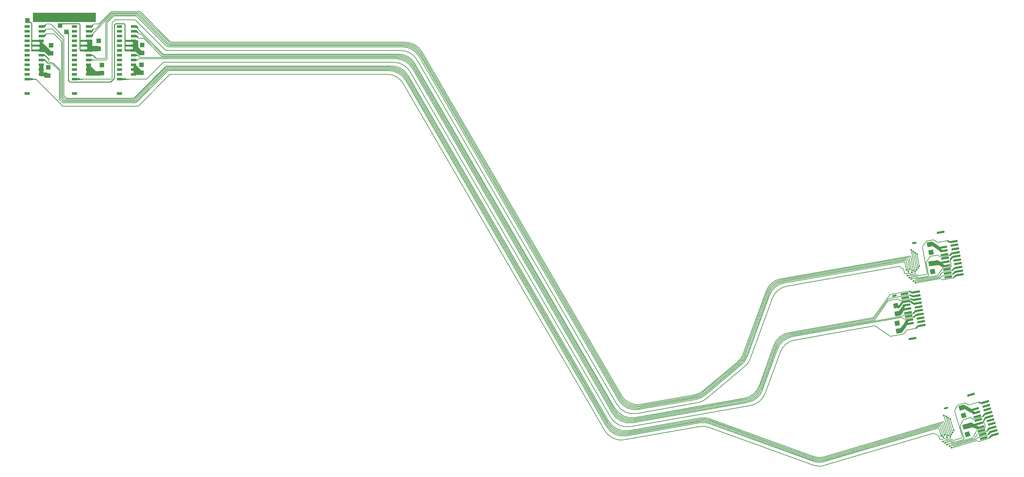
<source format=gbr>
*
G4_C Author: OrCAD GerbTool(tm) 8.1.1 Thu Jun 19 00:37:15 2003*
%LPD*%
%FSLAX34Y34*%
%MOIN*%
%AD*%
%AMD25R98*
20,1,0.025000,0.000000,-0.035000,0.000000,0.035000,98.600000*
%
%AMD10R98*
20,1,0.050000,-0.025000,0.000000,0.025000,0.000000,98.600000*
%
%AMD25R98N2*
20,1,0.025000,0.000000,-0.035000,0.000000,0.035000,98.600000*
%
%AMD10R98N2*
20,1,0.050000,-0.025000,0.000000,0.025000,0.000000,98.600000*
%
%AMD25R86*
20,1,0.025000,0.000000,-0.035000,0.000000,0.035000,86.080000*
%
%AMD10R86*
20,1,0.050000,-0.025000,0.000000,0.025000,0.000000,86.080000*
%
%AMD16R5*
20,1,0.025000,-0.035000,0.000000,0.035000,0.000000,5.450000*
%
%AMD10R5*
20,1,0.050000,-0.025000,0.000000,0.025000,0.000000,5.450000*
%
%AMD16R5N2*
20,1,0.025000,-0.035000,0.000000,0.035000,0.000000,5.450000*
%
%AMD10R5N2*
20,1,0.050000,-0.025000,0.000000,0.025000,0.000000,5.450000*
%
%AMD32R3*
20,1,0.025000,0.034920,-0.002390,-0.034920,0.002390,3.950000*
%
%AMD33R3*
20,1,0.050000,-0.001710,-0.024940,0.001710,0.024940,3.950000*
%
%AMD32R3N2*
20,1,0.025000,0.034920,-0.002390,-0.034920,0.002390,3.910000*
%
%AMD33R3N2*
20,1,0.050000,-0.001710,-0.024940,0.001710,0.024940,3.910000*
%
%AMD32R3N3*
20,1,0.025000,0.034920,-0.002390,-0.034920,0.002390,3.920000*
%
%AMD33R3N3*
20,1,0.050000,-0.001710,-0.024940,0.001710,0.024940,3.920000*
%
%AMD29R80*
20,1,0.022000,0.000000,-0.040000,0.000000,0.040000,80.000000*
%
%AMD54R80*
20,1,0.050000,-0.025000,0.000000,0.025000,0.000000,80.000000*
%
%AMD57R20*
20,1,0.022000,0.039390,-0.006950,-0.039390,0.006950,20.000000*
%
%AMD58R20*
20,1,0.050000,-0.004340,-0.024620,0.004340,0.024620,20.000000*
%
%AMD29R100*
20,1,0.022000,0.000000,-0.040000,0.000000,0.040000,100.000000*
%
%AMD54R100*
20,1,0.050000,-0.025000,0.000000,0.025000,0.000000,100.000000*
%
%AMD29R106*
20,1,0.022000,0.000000,-0.040000,0.000000,0.040000,106.600000*
%
%AMD54R106*
20,1,0.050000,-0.025000,0.000000,0.025000,0.000000,106.600000*
%
%AMD29R100N2*
20,1,0.022000,0.000000,-0.040000,0.000000,0.040000,100.000000*
%
%AMD54R100N2*
20,1,0.050000,-0.025000,0.000000,0.025000,0.000000,100.000000*
%
%AMD29R100N3*
20,1,0.022000,0.000000,-0.040000,0.000000,0.040000,100.000000*
%
%AMD54R100N3*
20,1,0.050000,-0.025000,0.000000,0.025000,0.000000,100.000000*
%
%AMD67R1*
20,1,0.022000,0.039390,0.006950,-0.039390,-0.006950,1.000000*
%
%AMD68R1*
20,1,0.050000,0.004340,-0.024620,-0.004340,0.024620,1.000000*
%
%AMD69R1*
20,1,0.022000,0.039260,0.007640,-0.039260,-0.007640,1.000000*
%
%AMD70R1*
20,1,0.050000,0.004770,-0.024540,-0.004770,0.024540,1.000000*
%
%AMD71R1*
20,1,0.022000,0.039120,0.008320,-0.039120,-0.008320,1.000000*
%
%AMD72R1*
20,1,0.050000,0.005200,-0.024450,-0.005200,0.024450,1.000000*
%
%AMD73R1*
20,1,0.022000,0.038970,0.009000,-0.038970,-0.009000,1.000000*
%
%AMD74R1*
20,1,0.050000,0.005630,-0.024360,-0.005630,0.024360,1.000000*
%
%AMD75R1*
20,1,0.022000,0.038810,0.009680,-0.038810,-0.009680,1.000000*
%
%AMD76R1*
20,1,0.050000,0.006050,-0.024260,-0.006050,0.024260,1.000000*
%
%AMD77R1*
20,1,0.022000,0.038640,0.010360,-0.038640,-0.010360,1.000000*
%
%AMD78R1*
20,1,0.050000,0.006470,-0.024150,-0.006470,0.024150,1.000000*
%
%AMD79R0*
20,1,0.022000,0.038450,0.011030,-0.038450,-0.011030,0.500000*
%
%AMD80R0*
20,1,0.050000,0.006890,-0.024030,-0.006890,0.024030,0.500000*
%
%ADD10R,0.050000X0.050000*%
%ADD11C,0.006000*%
%ADD12C,0.019000*%
%ADD13C,0.007900*%
%ADD14C,0.005000*%
%ADD15C,0.000800*%
%ADD16R,0.070000X0.025000*%
%ADD17R,0.068000X0.023000*%
%ADD18C,0.006000*%
%ADD19C,0.009800*%
%ADD20C,0.010000*%
%ADD21C,0.030000*%
%ADD22C,0.060000*%
%ADD23C,0.035000*%
%ADD24C,0.055000*%
%ADD25R,0.025000X0.070000*%
%ADD26C,0.010000*%
%ADD27R,0.029000X0.058000*%
%ADD28R,0.031000X0.060000*%
%ADD29R,0.022000X0.080000*%
%ADD30R,0.024000X0.082000*%
%ADD31D10R98N2*%
%ADD32D25R86*%
%ADD33D10R86*%
%ADD34D16R5*%
%ADD35D10R5*%
%ADD36D16R5N2*%
%ADD37D10R5N2*%
%ADD38D25R98N2*%
%ADD39D10R98N2*%
%ADD40D25R86*%
%ADD41D10R86*%
%ADD42D16R5*%
%ADD43D10R5*%
%ADD44D16R5N2*%
%ADD45D10R5N2*%
%ADD46D32R3*%
%ADD47D33R3*%
%ADD48R,0.070000X0.025000*%
%ADD49D33R3N2*%
%ADD50C,0.011000*%
%ADD51C,0.036000*%
%ADD52C,0.015000*%
%ADD53R,0.070000X0.025000*%
%ADD54R,0.050000X0.050000*%
%ADD55C,0.010000*%
%ADD56C,0.010000*%
%ADD57D29R80*%
%ADD58D54R80*%
%ADD59D57R20*%
%ADD60D58R20*%
%ADD61D29R100*%
%ADD62D54R100*%
%ADD63D29R106*%
%ADD64D54R106*%
%ADD65D29R100N2*%
%ADD66D54R100N2*%
%ADD67D29R100N3*%
%ADD68D54R100N3*%
%ADD69D67R1*%
%ADD70D68R1*%
%ADD71D69R1*%
%ADD72D70R1*%
%ADD73D71R1*%
%ADD74D72R1*%
%ADD75D73R1*%
%ADD76D74R1*%
%ADD77D75R1*%
%ADD78D76R1*%
%ADD79D77R1*%
%ADD80D78R1*%
%ADD81D79R0*%
%ADD82D80R0*%
%ADD256R,0.058000X0.029000*%
G4_C OrCAD GerbTool Tool List *
G4_D50 1 0.0110 T 0 0*
G4_D51 3 0.0360 T 0 0*
G4_D52 2 0.0150 T 0 0*
G54D20*
G1X11792Y55884D2*
G1X12041Y55883D1*
G1X11791Y55384D2*
G1X12041Y55384D1*
G1X11566Y55384D2*
G54D11*
G1X12179Y55384D1*
G75*
G3X12249Y55412I0J100D1*
G74*
G1X12897Y57613D2*
G75*
G3X12826Y57643I-71J-71D1*
G74*
G1X15321Y54358D2*
G1X13854Y52891D1*
G1X13218Y53413D2*
G75*
G2X13149Y53384I-71J71D1*
G74*
G1X12029Y55884D2*
G1X11566Y55884D1*
G1X12460Y55973D2*
G54D12*
G1X11852Y56581D1*
G1X12458Y56187D2*
G1X11850Y56794D1*
G1X12571Y56267D2*
G1X11963Y56875D1*
G1X11852Y56440D2*
G1X11852Y57300D1*
G1X12042Y56493D2*
G1X12041Y57353D1*
G1X12199Y56493D2*
G1X12199Y57353D1*
G1X11329Y56885D2*
G1X12189Y56885D1*
G1X12775Y56108D2*
G1X12167Y56717D1*
G1X12486Y54309D2*
G1X11878Y54917D1*
G1X12522Y54118D2*
G1X11914Y54726D1*
G1X11914Y53912D2*
G1X11913Y54772D1*
G1X12417Y54035D2*
G1X12067Y54035D1*
G1X12386Y54161D2*
G1X12036Y54161D1*
G1X12374Y54348D2*
G1X12024Y54348D1*
G1X12356Y54431D2*
G1X12006Y54432D1*
G1X6190Y53384D2*
G1X5640Y53384D1*
G1X6487Y53383D2*
G54D20*
G1X6090Y53383D1*
G1X1555Y60080D2*
G54D10*
G1X7629Y60080D1*
G1X7629Y59623D2*
G1X1555Y59623D1*
G1X5213Y53085D2*
G75*
G54D19*
G2X5143Y53114I0J100D1*
G74*
G1X5024Y53233D1*
G75*
G2X4994Y53304I71J71D1*
G74*
G54D54*
G1X4138Y58987D3*
G1X4994Y53304D2*
G54D19*
G1X4994Y58285D1*
G54D54*
G1X4795Y58338D3*
G1X11289Y53385D2*
G54D20*
G1X10892Y53385D1*
G1X10991Y53385D2*
G54D12*
G1X10442Y53385D1*
G1X9502Y53414D2*
G75*
G54D11*
G2X9431Y53385I-71J71D1*
G74*
G1X9560Y53472D2*
G75*
G3X9589Y53542I-71J71D1*
G74*
G1X9589Y59243D1*
G75*
G2X9618Y59314I100J0D1*
G74*
G1X9988Y59193D2*
G75*
G54D19*
G3X9917Y59164I0J-100D1*
G74*
G1X9842Y59088D1*
G1X9813Y59017D2*
G75*
G2X9842Y59088I100J0D1*
G74*
G1X9813Y53525D2*
G1X9813Y59017D1*
G1X9783Y53455D2*
G75*
G3X9813Y53525I-71J71D1*
G74*
G1X9444Y53115D2*
G75*
G2X9373Y53086I-71J71D1*
G74*
G1X7056Y58779D2*
G54D11*
G1X7186Y58884D1*
G1X7057Y58991D1*
G1X7061Y58885D2*
G1X7186Y58884D1*
G1X7055Y58279D2*
G1X7185Y58385D1*
G1X7056Y58491D1*
G1X7060Y58385D2*
G1X7185Y58385D1*
G1X7058Y58990D2*
G1X7182Y58989D1*
G1X7058Y58973D2*
G1X7058Y58818D1*
G1X7189Y58884D2*
G1X7060Y58990D1*
G1X7064Y58884D2*
G1X7189Y58884D1*
G1X7190Y58884D2*
G1X7060Y58777D1*
G1X7042Y58490D2*
G1X7167Y58490D1*
G1X7063Y58385D2*
G1X7188Y58385D1*
G1X7058Y58474D2*
G1X7058Y58320D1*
G1X7058Y58279D2*
G1X7188Y58385D1*
G1X7186Y58385D2*
G1X7057Y58491D1*
G1X7066Y58884D2*
G1X7190Y58884D1*
G1X7058Y57780D2*
G1X7188Y57886D1*
G1X7018Y57991D2*
G1X7143Y57991D1*
G1X7063Y57886D2*
G1X7188Y57886D1*
G1X7058Y57991D1*
G1X7188Y57886D2*
G1X7063Y57886D1*
G1X6990Y55884D2*
G54D20*
G1X7240Y55884D1*
G1X6561Y56885D2*
G54D12*
G1X7421Y56885D1*
G1X7180Y56353D2*
G1X6656Y56353D1*
G1X7071Y56410D2*
G1X7072Y56869D1*
G1X7696Y53987D2*
G1X7022Y53987D1*
G1X7131Y53882D2*
G1X7132Y54341D1*
G1X7239Y56389D2*
G1X7240Y56848D1*
G1X7067Y56965D2*
G1X7068Y57424D1*
G1X7257Y56968D2*
G1X7257Y57427D1*
G1X7068Y57475D2*
G54D20*
G1X7318Y57475D1*
G1X7420Y56969D2*
G54D12*
G1X7419Y57428D1*
G1X7185Y57471D2*
G54D20*
G1X7435Y57471D1*
G1X8418Y53926D2*
G54D12*
G1X7742Y53926D1*
G1X8351Y54113D2*
G1X7676Y54113D1*
G1X7019Y53874D2*
G1X7019Y54333D1*
G1X7815Y54126D2*
G1X7025Y54916D1*
G1X7825Y53892D2*
G1X7035Y54683D1*
G1X7707Y53855D2*
G1X7033Y53855D1*
G1X8315Y53855D2*
G1X7639Y53855D1*
G1X7736Y54111D2*
G1X7060Y54111D1*
G1X7285Y54039D2*
G1X7284Y54498D1*
G1X7115Y54262D2*
G1X7116Y54721D1*
G1X7020Y54327D2*
G1X7020Y54786D1*
G1X6810Y56383D2*
G1X6260Y56383D1*
G1X6807Y56883D2*
G1X6257Y56883D1*
G1X6807Y57385D2*
G1X6257Y57385D1*
G1X1241Y53385D2*
G1X691Y53385D1*
G54D54*
G1X744Y59518D3*
G1X549Y59320D2*
G54D19*
G1X1060Y59320D1*
G75*
G2X1160Y59220I0J-100D1*
G74*
G1X1160Y56383D1*
G1X2041Y55885D2*
G54D20*
G1X2292Y55885D1*
G1X2041Y55385D2*
G1X2291Y55385D1*
G1X1961Y57396D2*
G54D12*
G1X3045Y56311D1*
G1X2122Y56410D2*
G1X2122Y56869D1*
G1X2129Y56758D2*
G1X2128Y57217D1*
G1X2735Y53803D2*
G1X2059Y53804D1*
G1X2747Y53988D2*
G1X2072Y53988D1*
G1X14939Y56005D2*
G75*
G54D11*
G2X14869Y56034I0J100D1*
G74*
G1X14797Y55914D2*
G75*
G3X14867Y55885I71J71D1*
G74*
G1X14786Y55765D2*
G75*
G2X14716Y55794I0J100D1*
G74*
G1X14921Y55116D2*
G1X13218Y53413D1*
G1X14991Y55145D2*
G75*
G3X14921Y55116I0J-100D1*
G74*
G1X15162Y54736D2*
G1X13815Y53390D1*
G1X15232Y54765D2*
G75*
G3X15162Y54736I0J-100D1*
G74*
G1X15220Y54616D2*
G75*
G2X15290Y54645I71J-71D1*
G74*
G1X15347Y54525D2*
G75*
G3X15277Y54496I0J-100D1*
G74*
G1X15339Y54376D2*
G75*
G2X15409Y54405I71J-71D1*
G74*
G1X15414Y54256D2*
G1X14005Y52845D1*
G1X15485Y54285D2*
G75*
G3X15414Y54256I0J-100D1*
G74*
G1X15610Y53876D2*
G75*
G2X15680Y53905I71J-71D1*
G74*
G1X12114Y50955D2*
G1X15324Y54168D1*
G1X12044Y50926D2*
G75*
G3X12114Y50955I0J100D1*
G74*
G1X15339Y54376D2*
G1X12040Y51075D1*
G75*
G2X11970Y51046I-71J71D1*
G74*
G1X11977Y51195D2*
G1X15277Y54496D1*
G1X11907Y51166D2*
G75*
G3X11977Y51195I0J100D1*
G74*
G1X15220Y54616D2*
G1X11920Y51315D1*
G75*
G2X11850Y51286I-71J71D1*
G74*
G1X11862Y51435D2*
G1X14993Y54567D1*
G1X11792Y51406D2*
G75*
G3X11862Y51435I0J100D1*
G74*
G1X9875Y59571D2*
G1X9618Y59314D1*
G1X9945Y59600D2*
G75*
G3X9875Y59571I0J-100D1*
G74*
G1X9723Y59953D2*
G75*
G2X9793Y59982I71J-71D1*
G74*
G1X9651Y60073D2*
G75*
G2X9721Y60102I71J-71D1*
G74*
G1X9587Y60193D2*
G75*
G2X9657Y60222I71J-71D1*
G74*
G1X9530Y60313D2*
G75*
G2X9600Y60342I71J-71D1*
G74*
G1X9473Y60433D2*
G75*
G2X9543Y60462I71J-71D1*
G74*
G1X9473Y60433D2*
G1X8213Y59173D1*
G1X6180Y53384D2*
G1X9431Y53384D1*
G1X9501Y53413D2*
G1X9560Y53472D1*
G1X9431Y53384D2*
G75*
G3X9501Y53413I0J100D1*
G74*
G1X9783Y53455D2*
G54D19*
G1X9443Y53114D1*
G1X9373Y53085D2*
G1X5213Y53085D1*
G1X9443Y53114D2*
G75*
G2X9373Y53085I-71J71D1*
G74*
G1X11792Y51406D2*
G54D11*
G1X4843Y51406D1*
G75*
G2X4773Y51435I0J100D1*
G74*
G1X4744Y51286D2*
G1X11850Y51286D1*
G1X4673Y51315D2*
G75*
G3X4744Y51286I71J71D1*
G74*
G1X11907Y51166D2*
G1X4647Y51166D1*
G75*
G2X4577Y51195I0J100D1*
G74*
G1X4571Y51046D2*
G1X11970Y51046D1*
G1X4501Y51075D2*
G75*
G3X4571Y51046I71J71D1*
G74*
G1X12044Y50926D2*
G1X4472Y50926D1*
G75*
G2X4402Y50955I0J100D1*
G74*
G1X4088Y51269D1*
G75*
G2X4059Y51339I71J71D1*
G74*
G1X4501Y51075D2*
G1X4208Y51368D1*
G75*
G2X4179Y51438I71J71D1*
G74*
G1X4577Y51195D2*
G1X4328Y51444D1*
G75*
G2X4299Y51514I71J71D1*
G74*
G1X4673Y51315D2*
G1X4448Y51542D1*
G75*
G2X4419Y51612I71J71D1*
G74*
G1X4773Y51435D2*
G1X4573Y51635D1*
G75*
G2X4544Y51705I71J71D1*
G74*
G1X4059Y54243D2*
G1X4059Y51339D1*
G1X4030Y54313D2*
G75*
G2X4059Y54243I-71J-71D1*
G74*
G1X4179Y51438D2*
G1X4179Y54293D1*
G75*
G3X4150Y54363I-100J0D1*
G74*
G1X3421Y55093D1*
G1X3350Y55122D2*
G75*
G2X3421Y55093I0J-100D1*
G74*
G1X4299Y51514D2*
G1X4299Y57289D1*
G75*
G3X4270Y57359I-100J0D1*
G74*
G1X4419Y57510D2*
G1X4419Y51612D1*
G1X4390Y57580D2*
G75*
G2X4419Y57510I-71J-71D1*
G74*
G1X4544Y51705D2*
G1X4544Y57742D1*
G75*
G3X4515Y57812I-100J0D1*
G74*
G1X4270Y57359D2*
G1X3518Y58111D1*
G75*
G3X3448Y58140I-71J-71D1*
G74*
G1X3357Y58611D2*
G1X4390Y57580D1*
G1X3287Y58640D2*
G75*
G2X3357Y58611I0J-100D1*
G74*
G1X4515Y57812D2*
G1X3211Y59116D1*
G75*
G3X3141Y59145I-71J-71D1*
G74*
G1X1141Y53384D2*
G54D20*
G1X1638Y53384D1*
G1X11608Y56383D2*
G54D12*
G1X10958Y56383D1*
G1X11606Y56884D2*
G1X10957Y56884D1*
G1X11608Y57383D2*
G1X10959Y57383D1*
G1X13149Y53384D2*
G54D11*
G1X11288Y53384D1*
G1X6211Y56383D2*
G54D19*
G1X6211Y59087D1*
G1X6111Y59187D2*
G1X4110Y59187D1*
G1X6211Y59087D2*
G75*
G3X6111Y59187I-100J0D1*
G74*
G1X4438Y50575D2*
G54D11*
G1X1658Y53356D1*
G1X4508Y50546D2*
G75*
G2X4438Y50575I0J100D1*
G74*
G1X4508Y50546D2*
G1X12239Y50546D1*
G1X12309Y50575D2*
G1X15610Y53876D1*
G1X12239Y50546D2*
G75*
G3X12309Y50575I0J100D1*
G74*
G1X12249Y55412D2*
G1X12331Y55495D1*
G75*
G2X12402Y55525I71J-70D1*
G74*
G54D256*
G1X11800Y53882D3*
G1X11801Y54383D3*
G1X11799Y54883D3*
G1X11799Y55383D3*
G1X11800Y55882D3*
G1X11800Y56382D3*
G1X11800Y56882D3*
G1X11799Y57383D3*
G1X11799Y57883D3*
G1X11799Y58384D3*
G1X11800Y58884D3*
G1X10331Y58885D3*
G1X10330Y58385D3*
G1X10329Y57884D3*
G1X10329Y57385D3*
G1X10329Y56885D3*
G1X10329Y56384D3*
G1X10330Y55884D3*
G1X10330Y55385D3*
G1X10329Y54884D3*
G1X10330Y54385D3*
G1X10329Y53885D3*
G1X10330Y53385D3*
G1X10328Y51885D3*
G1X12143Y57779D2*
G54D11*
G1X12269Y57780D1*
G1X12083Y57990D2*
G1X12213Y57883D1*
G1X12136Y57840D2*
G1X12262Y57840D1*
G1X12043Y57779D2*
G1X12168Y57779D1*
G1X12139Y57807D2*
G1X12265Y57807D1*
G1X12138Y57838D2*
G1X12268Y57732D1*
G1X12140Y57830D2*
G1X12141Y57938D1*
G1X12088Y57884D2*
G1X12213Y57883D1*
G1X12179Y57884D2*
G75*
G2X12279Y57784I0J-100D1*
G74*
G1X12279Y57729D1*
G1X12213Y57883D2*
G1X12083Y57778D1*
G1X12213Y57883D2*
G1X12089Y57884D1*
G1X12279Y57743D2*
G1X12279Y57687D1*
G1X12302Y57665D2*
G1X12103Y57826D1*
G1X12364Y57643D2*
G75*
G2X12302Y57665I0J101D1*
G74*
G1X12082Y58491D2*
G1X12211Y58384D1*
G1X12081Y58278D1*
G1X12101Y58308D2*
G1X12102Y58462D1*
G1X12139Y58330D2*
G1X12138Y58439D1*
G1X12086Y58385D2*
G1X12211Y58384D1*
G1X12068Y58279D2*
G1X12193Y58280D1*
G1X12142Y58331D2*
G1X12141Y58439D1*
G1X12089Y58385D2*
G1X12214Y58385D1*
G1X12133Y58305D2*
G1X12259Y58305D1*
G1X12085Y58491D2*
G1X12214Y58385D1*
G1X12280Y58285D2*
G1X12280Y58230D1*
G1X12139Y58330D2*
G1X12268Y58225D1*
G1X12104Y58308D2*
G1X12105Y58461D1*
G1X12180Y58384D2*
G75*
G2X12280Y58285I0J-100D1*
G74*
G1X12129Y58340D2*
G1X12254Y58340D1*
G1X12212Y58385D2*
G1X12082Y58278D1*
G1X12281Y58241D2*
G1X12281Y58186D1*
G1X12147Y58358D2*
G1X12277Y58252D1*
G1X12121Y58313D2*
G1X12311Y58159D1*
G75*
G3X12375Y58136I63J79D1*
G74*
G1X12082Y58990D2*
G1X12212Y58884D1*
G1X12082Y58778D1*
G1X12140Y58830D2*
G1X12139Y58938D1*
G1X12088Y58884D2*
G1X12212Y58884D1*
G1X12083Y58779D2*
G1X12208Y58779D1*
G1X12144Y58831D2*
G1X12143Y58939D1*
G1X12122Y58838D2*
G1X12247Y58839D1*
G1X12126Y58800D2*
G1X12250Y58800D1*
G1X12279Y58728D2*
G1X12149Y58834D1*
G1X12181Y58885D2*
G75*
G2X12281Y58785I0J-100D1*
G74*
G1X12154Y58826D2*
G1X12282Y58697D1*
G1X12215Y58885D2*
G1X12085Y58779D1*
G1X12091Y58884D2*
G1X12215Y58885D1*
G1X12216Y58885D2*
G1X12086Y58990D1*
G1X12272Y58769D2*
G1X12142Y58875D1*
G1X12283Y58732D2*
G1X12282Y58677D1*
G1X12257Y58794D2*
G1X12128Y58900D1*
G1X12092Y58884D2*
G1X12216Y58885D1*
G1X14869Y56034D2*
G1X12310Y58592D1*
G1X12281Y58663D2*
G1X12281Y58785D1*
G1X12310Y58592D2*
G75*
G2X12281Y58663I71J71D1*
G74*
G1X12099Y58811D2*
G1X12099Y58934D1*
G1X12283Y58671D2*
G1X12104Y58816D1*
G1X14797Y55914D2*
G1X12605Y58107D1*
G1X12535Y58136D2*
G1X12375Y58136D1*
G1X12605Y58107D2*
G75*
G3X12535Y58136I-71J-71D1*
G74*
G1X14716Y55794D2*
G1X12896Y57614D1*
G1X12826Y57643D2*
G1X12364Y57643D1*
G1X12896Y57614D2*
G75*
G3X12826Y57643I-71J-71D1*
G74*
G1X11996Y57927D2*
G1X12122Y57927D1*
G1X12123Y55385D2*
G54D12*
G1X11773Y55385D1*
G1X12148Y55876D2*
G1X11798Y55876D1*
G1X10910Y56384D2*
G54D19*
G1X10910Y59093D1*
G1X10810Y59193D2*
G1X9988Y59193D1*
G1X10910Y59093D2*
G75*
G3X10810Y59193I-100J0D1*
G74*
G1X12251Y55872D2*
G54D11*
G1X12126Y55872D1*
G1X12321Y55843D2*
G75*
G3X12251Y55872I-70J-71D1*
G74*
G1X12493Y55674D2*
G1X12321Y55843D1*
G1X12563Y55645D2*
G75*
G2X12493Y55674I0J100D1*
G74*
G1X11646Y53910D2*
G54D12*
G1X12406Y53910D1*
G1X11555Y56356D2*
G1X12325Y56356D1*
G1X12198Y57354D2*
G1X11682Y57354D1*
G54D54*
G1X12638Y54064D3*
G1X12637Y54904D3*
G1X12715Y56128D3*
G1X12714Y56968D3*
G54D256*
G1X7111Y53883D3*
G1X7112Y54384D3*
G1X7110Y54884D3*
G1X7110Y55384D3*
G1X7111Y55883D3*
G1X7111Y56383D3*
G1X7111Y56883D3*
G1X7110Y57384D3*
G1X5642Y58885D3*
G1X5641Y58385D3*
G1X5640Y57884D3*
G1X5640Y57385D3*
G1X5640Y56885D3*
G1X5640Y56384D3*
G1X5641Y55884D3*
G1X5641Y55385D3*
G1X5640Y54884D3*
G1X5641Y54385D3*
G1X5640Y53885D3*
G1X5641Y53385D3*
G1X5639Y51885D3*
G1X7396Y58962D2*
G54D11*
G1X7395Y58808D1*
G1X7432Y58938D2*
G1X7433Y58831D1*
G1X7394Y58462D2*
G1X7394Y58307D1*
G1X7431Y58439D2*
G1X7431Y58331D1*
G1X7608Y59121D2*
G1X7430Y58975D1*
G1X7671Y59144D2*
G75*
G3X7608Y59121I0J-101D1*
G74*
G1X7436Y58938D2*
G1X7437Y58830D1*
G1X7415Y58930D2*
G1X7540Y58930D1*
G1X7418Y58969D2*
G1X7543Y58969D1*
G1X7573Y59041D2*
G1X7443Y58935D1*
G1X7575Y58984D2*
G1X7574Y59043D1*
G1X7474Y58884D2*
G75*
G3X7575Y58984I0J100D1*
G74*
G1X7447Y58942D2*
G1X7576Y59072D1*
G1X7400Y58961D2*
G1X7399Y58807D1*
G1X7565Y59000D2*
G1X7435Y58894D1*
G1X7575Y59036D2*
G1X7575Y59092D1*
G1X7550Y58975D2*
G1X7420Y58868D1*
G1X7435Y58438D2*
G1X7434Y58331D1*
G1X7427Y58465D2*
G1X7551Y58464D1*
G1X7574Y58485D2*
G1X7573Y58540D1*
G1X7431Y58439D2*
G1X7562Y58544D1*
G1X7397Y58462D2*
G1X7397Y58308D1*
G1X7473Y58385D2*
G75*
G3X7574Y58485I0J100D1*
G74*
G1X7422Y58430D2*
G1X7547Y58430D1*
G1X7575Y58529D2*
G1X7574Y58583D1*
G1X7440Y58412D2*
G1X7570Y58518D1*
G1X7437Y57990D2*
G1X7562Y57990D1*
G1X7397Y57963D2*
G1X7398Y57808D1*
G1X7430Y57930D2*
G1X7556Y57930D1*
G1X7433Y57963D2*
G1X7558Y57963D1*
G1X7432Y57932D2*
G1X7562Y58038D1*
G1X7435Y57940D2*
G1X7434Y57832D1*
G1X7473Y57886D2*
G75*
G3X7574Y57986I0J100D1*
G74*
G1X7573Y58041D1*
G1X7414Y58457D2*
G1X7604Y58610D1*
G75*
G2X7668Y58634I64J-78D1*
G74*
G54D256*
G1X7110Y58384D3*
G1X7110Y58884D3*
G1X7110Y57883D3*
G1X7671Y59144D2*
G54D11*
G1X8141Y59144D1*
G1X8212Y59173D2*
G1X9393Y60353D1*
G1X8141Y59144D2*
G75*
G3X8212Y59173I0J100D1*
G74*
G1X9530Y60313D2*
G1X7881Y58663D1*
G1X7810Y58634D2*
G1X7668Y58634D1*
G1X7881Y58663D2*
G75*
G2X7810Y58634I-71J71D1*
G74*
G1X7573Y58027D2*
G1X7573Y58137D1*
G1X7602Y58207D2*
G1X9587Y60193D1*
G1X7573Y58137D2*
G75*
G2X7602Y58207I100J0D1*
G74*
G1X7564Y58129D2*
G1X7366Y57968D1*
G1X7551Y58073D2*
G1X7353Y57912D1*
G1X7405Y57801D2*
G1X7535Y57907D1*
G1X7373Y57773D2*
G1X7503Y57879D1*
G1X7410Y58304D2*
G1X7540Y58410D1*
G1X7370Y58271D2*
G1X7500Y58377D1*
G1X7405Y58799D2*
G1X7535Y58905D1*
G1X7376Y58774D2*
G1X7506Y58880D1*
G1X7560Y55384D2*
G54D20*
G1X6990Y55384D1*
G1X7090Y55384D2*
G54D12*
G1X7410Y55384D1*
G1X7420Y56867D2*
G1X7420Y57326D1*
G1X7420Y56825D2*
G1X7420Y56335D1*
G1X7560Y55883D2*
G54D20*
G1X7039Y55883D1*
G1X7115Y55883D2*
G54D12*
G1X7410Y55883D1*
G1X7866Y55578D2*
G54D20*
G1X7562Y55883D1*
G1X7937Y55549D2*
G75*
G54D11*
G2X7866Y55578I0J100D1*
G74*
G1X8807Y55549D2*
G1X7937Y55549D1*
G1X8907Y55649D2*
G75*
G2X8807Y55549I-100J0D1*
G74*
G1X7467Y55383D2*
G1X8957Y55383D1*
G75*
G3X9057Y55483I0J100D1*
G74*
G1X9057Y59246D1*
G1X9086Y59317D2*
G1X9723Y59953D1*
G1X9057Y59246D2*
G75*
G2X9086Y59317I100J0D1*
G74*
G1X8907Y55649D2*
G1X8907Y59288D1*
G1X8936Y59359D2*
G1X9651Y60073D1*
G1X8907Y59288D2*
G75*
G2X8936Y59359I100J0D1*
G74*
G54D54*
G1X8507Y54010D3*
G1X8506Y54850D3*
G1X8085Y56393D2*
G54D12*
G1X7515Y56393D1*
G1X8100Y56576D2*
G1X7530Y56576D1*
G1X8107Y56756D2*
G1X7537Y56756D1*
G54D54*
G1X8176Y56552D3*
G1X8175Y57392D3*
G54D256*
G1X2182Y53881D3*
G1X2183Y54382D3*
G1X2181Y54882D3*
G1X2181Y55382D3*
G1X2182Y55881D3*
G1X2182Y56381D3*
G1X2182Y56881D3*
G1X2181Y57382D3*
G1X712Y58884D3*
G1X711Y58384D3*
G1X710Y57883D3*
G1X710Y57384D3*
G1X710Y56884D3*
G1X710Y56383D3*
G1X711Y55883D3*
G1X711Y55384D3*
G1X710Y54883D3*
G1X711Y54384D3*
G1X710Y53884D3*
G1X711Y53384D3*
G1X710Y51883D3*
G1X2447Y58780D2*
G54D11*
G1X2577Y58886D1*
G1X2448Y58992D1*
G1X2467Y58963D2*
G1X2467Y58809D1*
G1X2505Y58939D2*
G1X2504Y58832D1*
G1X2452Y58886D2*
G1X2577Y58886D1*
G1X2446Y58280D2*
G1X2577Y58386D1*
G1X2446Y58491D1*
G1X2466Y58463D2*
G1X2467Y58308D1*
G1X2504Y58440D2*
G1X2503Y58332D1*
G1X2451Y58386D2*
G1X2577Y58386D1*
G1X2448Y58991D2*
G1X2573Y58991D1*
G1X2449Y58974D2*
G1X2450Y58819D1*
G1X2509Y58939D2*
G1X2508Y58830D1*
G1X2487Y58931D2*
G1X2612Y58931D1*
G1X2490Y58970D2*
G1X2616Y58970D1*
G1X2644Y59042D2*
G1X2515Y58936D1*
G1X2647Y58985D2*
G1X2647Y59044D1*
G1X2546Y58885D2*
G75*
G3X2647Y58985I0J100D1*
G74*
G1X2519Y58943D2*
G1X2648Y59073D1*
G1X2580Y58885D2*
G1X2450Y58991D1*
G1X2455Y58885D2*
G1X2580Y58885D1*
G1X2581Y58885D2*
G1X2451Y58778D1*
G1X2471Y58962D2*
G1X2471Y58808D1*
G1X2638Y59001D2*
G1X2508Y58895D1*
G1X2647Y59037D2*
G1X2647Y59093D1*
G1X2622Y58976D2*
G1X2492Y58869D1*
G1X2433Y58491D2*
G1X2558Y58491D1*
G1X2507Y58439D2*
G1X2506Y58332D1*
G1X2454Y58386D2*
G1X2579Y58386D1*
G1X2498Y58466D2*
G1X2623Y58465D1*
G1X2449Y58475D2*
G1X2450Y58321D1*
G1X2449Y58280D2*
G1X2579Y58386D1*
G1X2645Y58486D2*
G1X2645Y58541D1*
G1X2504Y58440D2*
G1X2634Y58545D1*
G1X2469Y58463D2*
G1X2470Y58309D1*
G1X2545Y58386D2*
G75*
G3X2645Y58486I0J100D1*
G74*
G1X2494Y58431D2*
G1X2620Y58431D1*
G1X2578Y58386D2*
G1X2447Y58491D1*
G1X2646Y58530D2*
G1X2646Y58585D1*
G1X2513Y58413D2*
G1X2643Y58519D1*
G1X2486Y58458D2*
G1X2616Y58564D1*
G1X2456Y58885D2*
G1X2581Y58885D1*
G1X2509Y57991D2*
G1X2635Y57991D1*
G1X2450Y57781D2*
G1X2580Y57887D1*
G1X2469Y57964D2*
G1X2470Y57809D1*
G1X2502Y57931D2*
G1X2628Y57931D1*
G1X2409Y57992D2*
G1X2534Y57992D1*
G1X2505Y57964D2*
G1X2631Y57964D1*
G1X2504Y57933D2*
G1X2634Y58039D1*
G1X2507Y57941D2*
G1X2506Y57833D1*
G1X2454Y57887D2*
G1X2580Y57887D1*
G1X2546Y57887D2*
G75*
G3X2645Y57987I0J100D1*
G74*
G1X2645Y58042D1*
G1X2580Y57887D2*
G1X2449Y57992D1*
G1X2580Y57887D2*
G1X2454Y57887D1*
G1X2644Y58028D2*
G1X2644Y58083D1*
G54D256*
G1X2181Y57882D3*
G1X2181Y58383D3*
G1X2181Y58883D3*
G1X2469Y57945D2*
G54D11*
G1X2680Y58118D1*
G1X2744Y58140D2*
G1X3448Y58140D1*
G1X2680Y58118D2*
G75*
G2X2744Y58140I63J-78D1*
G74*
G1X2545Y58505D2*
G1X2685Y58618D1*
G1X2748Y58640D2*
G1X3287Y58640D1*
G1X2685Y58618D2*
G75*
G2X2748Y58640I63J-78D1*
G74*
G1X2501Y58976D2*
G1X2680Y59123D1*
G1X2744Y59145D2*
G1X3141Y59145D1*
G1X2680Y59123D2*
G75*
G2X2744Y59145I63J-78D1*
G74*
G1X2010Y56884D2*
G54D12*
G1X1206Y56884D1*
G1X2010Y56383D2*
G1X1206Y56383D1*
G1X2010Y57384D2*
G1X1206Y57384D1*
G1X2761Y56331D2*
G1X2086Y56331D1*
G1X2802Y56516D2*
G1X2127Y56516D1*
G1X4030Y54313D2*
G54D11*
G1X3373Y54970D1*
G75*
G3X3303Y54999I-71J-71D1*
G74*
G1X2141Y55385D2*
G54D12*
G1X2521Y55385D1*
G1X2521Y55885D2*
G1X2141Y55885D1*
G1X2548Y55885D2*
G54D19*
G1X2972Y55461D1*
G1X3303Y54999D2*
G54D11*
G1X2967Y54999D1*
G1X2897Y55028D2*
G54D19*
G1X2541Y55384D1*
G1X2967Y54999D2*
G75*
G54D11*
G2X2897Y55028I0J100D1*
G74*
G1X3350Y55122D2*
G1X3086Y55122D1*
G1X2986Y55222D2*
G1X2986Y55459D1*
G1X3086Y55122D2*
G75*
G2X2986Y55222I0J100D1*
G74*
G54D54*
G1X2894Y53775D3*
G1X2893Y54615D3*
G1X3213Y56079D3*
G1X3212Y56919D3*
G1X2957Y56331D2*
G54D12*
G1X2282Y56331D1*
G1X2681Y56662D2*
G1X2131Y56662D1*
G1X2485Y56401D2*
G1X2963Y55924D1*
G1X2552Y56547D2*
G1X3029Y56070D1*
G1X2071Y53846D2*
G1X2071Y54845D1*
G1X2181Y53883D2*
G1X2181Y54845D1*
G1X2298Y53806D2*
G1X2298Y54845D1*
G1X2167Y54097D2*
G1X2644Y53620D1*
G1X15799Y57245D2*
G75*
G54D11*
G2X15658Y57304I0J200D1*
G74*
G1X15701Y57125D2*
G75*
G2X15560Y57184I0J200D1*
G74*
G1X15465Y57064D2*
G75*
G3X15606Y57005I142J142D1*
G74*
G1X15530Y56885D2*
G75*
G2X15389Y56944I0J200D1*
G74*
G1X15290Y56824D2*
G75*
G3X15431Y56765I142J142D1*
G74*
G1X15266Y56385D2*
G75*
G2X15125Y56444I0J200D1*
G74*
G1X9543Y60462D2*
G1X12425Y60462D1*
G1X12567Y60403D2*
G1X15658Y57304D1*
G1X12425Y60462D2*
G75*
G2X12567Y60403I0J-200D1*
G74*
G1X15560Y57184D2*
G1X12468Y60283D1*
G1X12326Y60342D2*
G1X9600Y60342D1*
G1X12468Y60283D2*
G75*
G3X12326Y60342I-142J-141D1*
G74*
G1X9657Y60222D2*
G1X12224Y60222D1*
G1X12366Y60163D2*
G1X15465Y57064D1*
G1X12224Y60222D2*
G75*
G2X12366Y60163I0J-200D1*
G74*
G1X15389Y56944D2*
G1X12290Y60043D1*
G1X12148Y60102D2*
G1X9721Y60102D1*
G1X12290Y60043D2*
G75*
G3X12148Y60102I-142J-142D1*
G74*
G1X15290Y56824D2*
G1X12191Y59923D1*
G1X12049Y59982D2*
G1X9793Y59982D1*
G1X12191Y59923D2*
G75*
G3X12049Y59982I-142J-142D1*
G74*
G1X9945Y59600D2*
G1X11888Y59600D1*
G1X12029Y59541D2*
G1X15125Y56444D1*
G1X11888Y59600D2*
G75*
G2X12029Y59541I0J-200D1*
G74*
G1X38245Y53905D2*
G1X15680Y53905D1*
G1X39976Y52908D2*
G75*
G3X38245Y53905I-1730J-1002D1*
G74*
G1X15485Y54285D2*
G1X38464Y54285D1*
G75*
G2X40194Y53288I0J-1991D1*
G74*
G1X38533Y54405D2*
G1X15409Y54405D1*
G1X40264Y53408D2*
G75*
G3X38533Y54405I-1730J-1004D1*
G74*
G1X15347Y54525D2*
G1X38602Y54525D1*
G75*
G2X40333Y53528I0J-1991D1*
G74*
G1X38671Y54645D2*
G1X15290Y54645D1*
G1X40401Y53648D2*
G75*
G3X38671Y54645I-1730J-1004D1*
G74*
G1X15232Y54765D2*
G1X38741Y54765D1*
G75*
G2X40471Y53768I0J-1991D1*
G74*
G1X38960Y55145D2*
G1X14991Y55145D1*
G1X40690Y54148D2*
G75*
G3X38960Y55145I-1730J-1004D1*
G74*
G1X12402Y55525D2*
G1X39178Y55525D1*
G75*
G2X40909Y54528I0J-1991D1*
G74*
G1X39248Y55645D2*
G1X12563Y55645D1*
G1X40978Y54648D2*
G75*
G3X39248Y55645I-1730J-1004D1*
G74*
G1X14786Y55765D2*
G1X39317Y55765D1*
G75*
G2X41047Y54768I0J-1991D1*
G74*
G1X39386Y55885D2*
G1X14867Y55885D1*
G1X41116Y54888D2*
G75*
G3X39386Y55885I-1730J-1004D1*
G74*
G1X14939Y56005D2*
G1X39455Y56005D1*
G75*
G2X41185Y55008I0J-1991D1*
G74*
G1X39675Y56385D2*
G1X15266Y56385D1*
G1X41405Y55388D2*
G75*
G3X39675Y56385I-1730J-1002D1*
G74*
G1X15431Y56765D2*
G1X39893Y56765D1*
G75*
G2X41623Y55768I0J-1991D1*
G74*
G1X39963Y56885D2*
G1X15530Y56885D1*
G1X41693Y55888D2*
G75*
G3X39963Y56885I-1730J-1002D1*
G74*
G1X15606Y57005D2*
G1X40031Y57005D1*
G75*
G2X41762Y56008I0J-1991D1*
G74*
G1X40101Y57125D2*
G1X15701Y57125D1*
G1X41831Y56128D2*
G75*
G3X40101Y57125I-1730J-1004D1*
G74*
G1X15799Y57245D2*
G1X40169Y57245D1*
G75*
G2X41899Y56248I0J-1991D1*
G74*
G1X62694Y20378D1*
G1X64771Y19412D2*
G75*
G2X62694Y20378I-347J1961D1*
G74*
G1X41831Y56128D2*
G1X62631Y20245D1*
G75*
G3X64709Y19279I1735J1007D1*
G74*
G1X62569Y20113D2*
G1X41762Y56008D1*
G1X64647Y19146D2*
G75*
G2X62569Y20113I-347J1961D1*
G74*
G1X41693Y55888D2*
G1X62507Y19980D1*
G75*
G3X64585Y19013I1736J1005D1*
G74*
G1X62446Y19847D2*
G1X41623Y55768D1*
G1X64524Y18880D2*
G75*
G2X62446Y19847I-347J1962D1*
G74*
G1X41405Y55388D2*
G1X62250Y19427D1*
G75*
G3X64328Y18460I1736J1005D1*
G74*
G1X62055Y19006D2*
G1X41185Y55008D1*
G1X64133Y18040D2*
G75*
G2X62055Y19006I-347J1961D1*
G74*
G1X41116Y54888D2*
G1X61993Y18874D1*
G75*
G3X64071Y17907I1735J1007D1*
G74*
G1X61931Y18741D2*
G1X41047Y54768D1*
G1X64009Y17774D2*
G75*
G2X61931Y18741I-347J1962D1*
G74*
G1X40978Y54648D2*
G1X61869Y18608D1*
G75*
G3X63947Y17642I1735J1007D1*
G74*
G1X61808Y18475D2*
G1X40909Y54528D1*
G1X63886Y17509D2*
G75*
G2X61808Y18475I-347J1962D1*
G74*
G1X40690Y54148D2*
G1X61612Y18055D1*
G75*
G3X63690Y17088I1735J1007D1*
G74*
G1X61417Y17635D2*
G1X40471Y53768D1*
G1X63494Y16668D2*
G75*
G2X61417Y17635I-347J1962D1*
G74*
G1X40401Y53648D2*
G1X61355Y17502D1*
G75*
G3X63433Y16535I1735J1007D1*
G74*
G1X61293Y17369D2*
G1X40333Y53528D1*
G1X63371Y16403D2*
G75*
G2X61293Y17369I-347J1962D1*
G74*
G1X40264Y53408D2*
G1X61231Y17236D1*
G75*
G3X63309Y16270I1735J1007D1*
G74*
G1X61170Y17104D2*
G1X40194Y53288D1*
G1X63247Y16137D2*
G75*
G2X61170Y17104I-347J1962D1*
G74*
G1X39976Y52908D2*
G1X60974Y16683D1*
G75*
G3X63051Y15717I1736J1005D1*
G74*
G1X64771Y19412D2*
G1X70298Y20386D1*
G75*
G3X71236Y20824I-351J1989D1*
G74*
G1X70350Y20273D2*
G1X64709Y19279D1*
G1X71289Y20711D2*
G75*
G2X70350Y20273I-1278J1523D1*
G74*
G1X64647Y19146D2*
G1X70403Y20161D1*
G75*
G3X71341Y20598I-351J1989D1*
G74*
G1X70455Y20048D2*
G1X64585Y19013D1*
G1X71394Y20486D2*
G75*
G2X70455Y20048I-1278J1523D1*
G74*
G1X64524Y18880D2*
G1X70508Y19936D1*
G75*
G3X71446Y20373I-351J1989D1*
G74*
G1X70674Y19579D2*
G1X64328Y18460D1*
G1X71613Y20017D2*
G75*
G2X70674Y19579I-1279J1523D1*
G74*
G1X74859Y23863D2*
G1X71236Y20824D1*
G1X75453Y24712D2*
G75*
G2X74859Y23863I-1862J677D1*
G74*
G1X71289Y20711D2*
G1X74961Y23793D1*
G75*
G3X75555Y24641I-1281J1526D1*
G74*
G1X75063Y23721D2*
G1X71341Y20598D1*
G1X75657Y24569D2*
G75*
G2X75063Y23721I-1862J677D1*
G74*
G1X71394Y20486D2*
G1X75165Y23650D1*
G75*
G3X75759Y24498I-1281J1526D1*
G74*
G1X75267Y23579D2*
G1X71446Y20373D1*
G1X75860Y24427D2*
G75*
G2X75267Y23579I-1862J677D1*
G74*
G1X71613Y20017D2*
G1X75589Y23354D1*
G75*
G3X76183Y24201I-1281J1526D1*
G74*
G1X75566Y20056D2*
G1X64133Y18040D1*
G1X77098Y21341D2*
G75*
G2X75566Y20056I-1873J682D1*
G74*
G1X64071Y17907D2*
G1X75656Y19950D1*
G75*
G3X77188Y21235I-347J1965D1*
G74*
G1X75745Y19844D2*
G1X64009Y17774D1*
G1X77277Y21129D2*
G75*
G2X75745Y19844I-1873J682D1*
G74*
G1X63947Y17642D2*
G1X75834Y19737D1*
G75*
G3X77366Y21023I-347J1965D1*
G74*
G1X75923Y19631D2*
G1X63886Y17509D1*
G1X77455Y20917D2*
G75*
G2X75923Y19631I-1873J682D1*
G74*
G1X63690Y17088D2*
G1X76205Y19295D1*
G75*
G3X77737Y20581I-347J1965D1*
G74*
G1X70955Y17984D2*
G1X63494Y16668D1*
G1X71986Y17893D2*
G75*
G3X70955Y17984I-688J-1891D1*
G74*
G1X63433Y16535D2*
G1X70943Y17860D1*
G75*
G2X71975Y17770I349J-1976D1*
G74*
G1X70933Y17736D2*
G1X63371Y16403D1*
G1X71964Y17646D2*
G75*
G3X70933Y17736I-688J-1891D1*
G74*
G1X63309Y16270D2*
G1X70922Y17612D1*
G75*
G2X71953Y17522I349J-1976D1*
G74*
G1X70911Y17488D2*
G1X63247Y16137D1*
G1X71942Y17398D2*
G75*
G3X70911Y17488I-688J-1890D1*
G74*
G1X63051Y15717D2*
G1X70877Y17097D1*
G75*
G2X71908Y17006I349J-1976D1*
G74*
G1X92324Y34227D2*
G75*
G3X92208Y34308I-99J-17D1*
G74*
G54D12*
G1X93039Y33194D3*
G1X93395Y32168D2*
G54D11*
G1X93405Y32117D1*
G1X91751Y33810D2*
G75*
G3X91677Y33826I-58J-82D1*
G74*
G1X92162Y33523D2*
G1X91751Y33810D1*
G1X92202Y33458D2*
G75*
G3X92162Y33523I-99J-17D1*
G74*
G54D12*
G1X93405Y32116D3*
G1X95840Y35818D2*
G1X95496Y36059D1*
G1X95564Y36016D2*
G1X95220Y36256D1*
G1X95448Y36100D2*
G1X95104Y36341D1*
G1X95522Y35850D2*
G1X95178Y36090D1*
G1X95830Y35635D2*
G1X95485Y35876D1*
G1X96154Y35485D2*
G1X95809Y35726D1*
G1X96090Y35453D2*
G1X95746Y35694D1*
G1X96339Y33928D2*
G1X95995Y34169D1*
G1X96261Y33895D2*
G1X95917Y34136D1*
G1X96273Y33903D2*
G1X95929Y34144D1*
G1X96021Y34069D2*
G1X95677Y34310D1*
G1X96281Y32433D2*
G75*
G54D11*
G2X96207Y32449I-17J98D1*
G74*
G1X96248Y33230D2*
G75*
G3X96184Y33189I17J-99D1*
G74*
G1X96217Y33593D2*
G75*
G2X96282Y33634I82J-58D1*
G74*
G1X96071Y34800D2*
G1X96772Y34924D1*
G1X95996Y34816D2*
G75*
G3X96071Y34800I58J82D1*
G74*
G1X96282Y33634D2*
G1X97067Y33772D1*
G75*
G3X97148Y33888I-17J99D1*
G74*
G1X95739Y36341D2*
G75*
G2X95663Y36358I-17J98D1*
G74*
G1X95022Y34889D2*
G1X95678Y35005D1*
G1X95753Y34988D2*
G1X95996Y34816D1*
G1X95678Y35005D2*
G75*
G2X95753Y34988I17J-98D1*
G74*
G1X95663Y36358D2*
G1X95340Y36583D1*
G75*
G3X95266Y36601I-58J-82D1*
G74*
G1X94706Y32806D2*
G75*
G3X94787Y32922I-17J99D1*
G74*
G1X94942Y34846D2*
G75*
G2X95007Y34887I82J-57D1*
G74*
G1X94787Y32922D2*
G1X94555Y34237D1*
G1X94571Y34311D2*
G1X94942Y34846D1*
G1X94555Y34237D2*
G75*
G2X94571Y34311I99J17D1*
G74*
G1X95606Y34368D2*
G54D12*
G1X95193Y34295D1*
G1X96029Y34145D2*
G1X95685Y34386D1*
G1X95499Y34254D2*
G1X95086Y34182D1*
G1X96346Y34249D2*
G1X95932Y34176D1*
G1X92978Y35550D2*
G54D11*
G1X93065Y35058D1*
G1X93383Y35266D2*
G1X93470Y34774D1*
G1X93039Y35207D2*
G1X93384Y33254D1*
G1X93384Y35268D2*
G1X93668Y33659D1*
G54D12*
G1X93809Y33863D3*
G1X93667Y33660D3*
G1X93525Y33457D3*
G1X93383Y33255D3*
G1X92979Y35550D3*
G1X93182Y35409D3*
G1X93384Y35267D3*
G1X93587Y35125D3*
G1X93586Y35124D2*
G54D11*
G1X93809Y33863D1*
G1X92475Y34375D2*
G75*
G3X92359Y34456I-99J-17D1*
G74*
G1X92628Y34524D2*
G75*
G3X92512Y34605I-98J-17D1*
G74*
G1X92778Y34673D2*
G75*
G3X92662Y34754I-99J-17D1*
G74*
G1X92930Y34821D2*
G75*
G3X92814Y34902I-99J-17D1*
G74*
G1X93182Y35409D2*
G1X93526Y33457D1*
G54D12*
G1X92664Y33307D3*
G1X92664Y33307D2*
G54D11*
G1X92475Y34375D1*
G1X92798Y33105D2*
G75*
G3X92723Y33121I-58J-82D1*
G74*
G1X92374Y33060D1*
G1X92258Y33141D2*
G1X92202Y33458D1*
G1X92374Y33060D2*
G75*
G2X92258Y33141I-17J99D1*
G74*
G54D12*
G1X92461Y33450D3*
G1X92461Y33450D2*
G54D11*
G1X92324Y34227D1*
G1X93039Y33194D2*
G1X92778Y34673D1*
G1X93180Y33398D2*
G1X92929Y34821D1*
G54D12*
G1X93180Y33398D3*
G1X92627Y34524D2*
G54D11*
G1X92805Y33510D1*
G54D12*
G1X92805Y33510D3*
G1X93748Y32847D2*
G75*
G54D11*
G2X93673Y32863I-17J99D1*
G74*
G1X94706Y32806D2*
G1X93762Y32639D1*
G75*
G2X93687Y32656I-17J98D1*
G74*
G1X93673Y32863D2*
G1X93440Y33027D1*
G75*
G3X93365Y33043I-58J-82D1*
G74*
G54D12*
G1X92980Y32510D3*
G1X93365Y33043D2*
G54D11*
G1X93022Y32983D1*
G1X92947Y33000D2*
G1X92798Y33105D1*
G1X93022Y32983D2*
G75*
G2X92947Y33000I-17J99D1*
G74*
G54D12*
G1X92774Y32671D3*
G1X93729Y32513D2*
G75*
G54D11*
G2X93654Y32529I-17J99D1*
G74*
G1X93348Y32743D1*
G75*
G3X93274Y32759I-58J-82D1*
G74*
G1X93652Y32254D2*
G75*
G2X93576Y32271I-17J99D1*
G74*
G1X93274Y32759D2*
G1X92774Y32671D1*
G1X93687Y32656D2*
G1X93368Y32879D1*
G75*
G3X93293Y32897I-58J-82D1*
G74*
G1X93201Y32265D2*
G1X93197Y32288D1*
G54D12*
G1X93197Y32288D3*
G1X93576Y32271D2*
G54D11*
G1X93518Y32314D1*
G1X93442Y32331D2*
G1X93206Y32289D1*
G1X93518Y32314D2*
G75*
G3X93442Y32331I-59J-81D1*
G74*
G54D12*
G1X92564Y32853D3*
G1X93293Y32897D2*
G54D11*
G1X93003Y32846D1*
G75*
G2X92928Y32863I-17J99D1*
G74*
G1X92565Y32855D2*
G1X92824Y32900D1*
G1X92900Y32883D2*
G1X92928Y32863D1*
G1X92824Y32900D2*
G75*
G2X92900Y32883I18J-99D1*
G74*
G1X93700Y32385D2*
G75*
G2X93625Y32401I-17J99D1*
G74*
G1X93404Y32556D1*
G1X93329Y32572D2*
G1X92980Y32510D1*
G1X93404Y32556D2*
G75*
G3X93329Y32572I-58J-82D1*
G74*
G1X93729Y32513D2*
G1X95666Y32854D1*
G1X95730Y32895D2*
G1X96217Y33593D1*
G1X95666Y32854D2*
G75*
G3X95730Y32895I-17J99D1*
G74*
G1X96184Y33189D2*
G1X95915Y32805D1*
G1X95851Y32764D2*
G1X93700Y32385D1*
G1X95915Y32805D2*
G75*
G2X95851Y32764I-82J58D1*
G74*
G1X96207Y32449D2*
G1X96088Y32533D1*
G1X96013Y32549D2*
G1X93409Y32090D1*
G1X96088Y32533D2*
G75*
G3X96013Y32549I-58J-82D1*
G74*
G1X96198Y32823D2*
G75*
G3X96135Y32784I18J-100D1*
G74*
G1X96083Y32711D1*
G1X96019Y32672D2*
G1X93652Y32254D1*
G1X96083Y32711D2*
G75*
G2X96019Y32672I-82J59D1*
G74*
G1X94552Y32989D2*
G1X93748Y32847D1*
G1X94633Y33105D2*
G75*
G2X94552Y32989I-99J-17D1*
G74*
G1X94633Y33105D2*
G1X94150Y35842D1*
G75*
G2X94166Y35916I99J17D1*
G74*
G54D67*
G1X98039Y32948D3*
G1X97970Y33337D3*
G1X97902Y33724D3*
G1X97834Y34111D3*
G1X97765Y34499D3*
G1X97697Y34886D3*
G1X97629Y35274D3*
G1X97560Y35662D3*
G1X97492Y36050D3*
G1X97423Y36437D3*
G1X96856Y32739D3*
G1X96788Y33127D3*
G1X96719Y33514D3*
G1X96651Y33902D3*
G1X96582Y34290D3*
G1X96514Y34677D3*
G1X96446Y35065D3*
G1X96377Y35453D3*
G1X96309Y35841D3*
G1X96036Y37390D3*
G1X96966Y36442D2*
G54D11*
G1X96842Y36421D1*
G1X96815Y36447D2*
G1X96962Y36366D1*
G1X96835Y36425D2*
G1X96981Y36343D1*
G1X96809Y36430D2*
G1X96799Y36489D1*
G1X96942Y36412D2*
G1X96793Y36516D1*
G1X96840Y36511D2*
G1X96891Y36482D1*
G1X96773Y36521D2*
G75*
G2X96840Y36511I18J-99D1*
G74*
G1X96842Y36510D2*
G1X96954Y36447D1*
G1X96775Y36521D2*
G75*
G2X96842Y36510I17J-99D1*
G74*
G1X96741Y36514D2*
G1X96887Y36433D1*
G1X96732Y36509D2*
G1X96878Y36433D1*
G1X97036Y36450D2*
G1X96913Y36428D1*
G1X96896Y36370D2*
G1X97042Y36288D1*
G1X97007Y36331D2*
G1X96994Y36404D1*
G1X96805Y36420D2*
G1X96951Y36338D1*
G1X96670Y36496D2*
G1X96816Y36414D1*
G1X97199Y35111D2*
G1X97076Y35089D1*
G1X97060Y35055D2*
G1X97170Y35182D1*
G1X97070Y35082D2*
G1X97180Y35209D1*
G1X97048Y35069D2*
G1X97059Y35010D1*
G1X97166Y35131D2*
G1X97063Y34982D1*
G1X97105Y35004D2*
G1X97142Y35048D1*
G1X97045Y34971D2*
G75*
G3X97105Y35004I-18J99D1*
G74*
G1X97106Y35005D2*
G1X97190Y35102D1*
G1X97047Y34971D2*
G75*
G3X97106Y35005I-17J99D1*
G74*
G1X97013Y34966D2*
G1X97122Y35093D1*
G1X97003Y34967D2*
G1X97114Y35089D1*
G1X97268Y35128D2*
G1X97145Y35106D1*
G1X97109Y35155D2*
G1X97219Y35282D1*
G1X97201Y35230D2*
G1X97214Y35157D1*
G1X97042Y35077D2*
G1X97151Y35204D1*
G1X96941Y34959D2*
G1X97050Y35086D1*
G1X97268Y34723D2*
G1X97145Y34701D1*
G1X97128Y34667D2*
G1X97238Y34794D1*
G1X97139Y34694D2*
G1X97248Y34821D1*
G1X97117Y34681D2*
G1X97127Y34622D1*
G1X97235Y34743D2*
G1X97131Y34594D1*
G1X97173Y34616D2*
G1X97211Y34660D1*
G1X97175Y34617D2*
G1X97258Y34714D1*
G1X97081Y34578D2*
G1X97191Y34705D1*
G1X97072Y34579D2*
G1X97182Y34700D1*
G1X97337Y34740D2*
G1X97214Y34718D1*
G1X97178Y34767D2*
G1X97287Y34894D1*
G1X97268Y34842D2*
G1X97281Y34769D1*
G1X97109Y34689D2*
G1X97219Y34816D1*
G1X97474Y33561D2*
G1X97351Y33539D1*
G1X97334Y33505D2*
G1X97444Y33632D1*
G1X97345Y33532D2*
G1X97454Y33659D1*
G1X97323Y33519D2*
G1X97333Y33460D1*
G1X97441Y33581D2*
G1X97337Y33432D1*
G1X97379Y33454D2*
G1X97417Y33498D1*
G1X97320Y33421D2*
G75*
G3X97379Y33454I-18J100D1*
G74*
G1X97381Y33455D2*
G1X97464Y33552D1*
G1X97322Y33421D2*
G75*
G3X97381Y33455I-17J99D1*
G74*
G1X97287Y33416D2*
G1X97397Y33543D1*
G1X97277Y33419D2*
G1X97388Y33540D1*
G1X97544Y33578D2*
G1X97421Y33556D1*
G1X97384Y33605D2*
G1X97493Y33732D1*
G1X97475Y33680D2*
G1X97488Y33607D1*
G1X97316Y33527D2*
G1X97426Y33654D1*
G1X97215Y33410D2*
G1X97325Y33537D1*
G1X97543Y33175D2*
G1X97420Y33153D1*
G1X97403Y33119D2*
G1X97513Y33246D1*
G1X97414Y33146D2*
G1X97523Y33273D1*
G1X97392Y33133D2*
G1X97402Y33074D1*
G1X97510Y33195D2*
G1X97406Y33046D1*
G1X97448Y33068D2*
G1X97486Y33112D1*
G1X97389Y33035D2*
G75*
G3X97448Y33068I-18J99D1*
G74*
G1X97450Y33069D2*
G1X97533Y33166D1*
G1X97391Y33035D2*
G75*
G3X97450Y33069I-17J99D1*
G74*
G1X97356Y33030D2*
G1X97466Y33157D1*
G1X97347Y33032D2*
G1X97457Y33153D1*
G1X97612Y33192D2*
G1X97489Y33170D1*
G1X97452Y33219D2*
G1X97561Y33346D1*
G1X97543Y33294D2*
G1X97556Y33221D1*
G1X97384Y33140D2*
G1X97494Y33267D1*
G1X97283Y33023D2*
G1X97393Y33149D1*
G1X97611Y32785D2*
G1X97487Y32763D1*
G1X97471Y32729D2*
G1X97581Y32856D1*
G1X97482Y32756D2*
G1X97591Y32883D1*
G1X97459Y32743D2*
G1X97470Y32684D1*
G1X97577Y32805D2*
G1X97474Y32656D1*
G1X97516Y32678D2*
G1X97554Y32722D1*
G1X97456Y32645D2*
G75*
G3X97516Y32678I-18J100D1*
G74*
G1X97517Y32679D2*
G1X97601Y32776D1*
G1X97458Y32645D2*
G75*
G3X97517Y32679I-17J98D1*
G74*
G1X97424Y32640D2*
G1X97533Y32767D1*
G1X97414Y32643D2*
G1X97525Y32764D1*
G1X97680Y32802D2*
G1X97556Y32780D1*
G1X97520Y32829D2*
G1X97630Y32956D1*
G1X97611Y32904D2*
G1X97624Y32831D1*
G1X97453Y32751D2*
G1X97563Y32878D1*
G1X97352Y32634D2*
G1X97461Y32760D1*
G1X97478Y32644D2*
G1X96281Y32433D1*
G1X97409Y33037D2*
G1X96198Y32823D1*
G1X97341Y33423D2*
G1X96248Y33230D1*
G1X97067Y34976D2*
G1X96375Y34854D1*
G1X97148Y33888D2*
G1X97032Y34543D1*
G1X97055Y34625D2*
G1X97118Y34698D1*
G1X97032Y34543D2*
G75*
G2X97055Y34625I98J17D1*
G74*
G1X97085Y34513D2*
G1X97195Y34640D1*
G1X97052Y34473D2*
G1X97161Y34600D1*
G1X97054Y34514D2*
G1X97163Y34641D1*
G1X96793Y36527D2*
G1X95739Y36341D1*
G1X96352Y34265D2*
G54D12*
G1X95939Y34192D1*
G1X95622Y34060D2*
G1X95208Y33987D1*
G1X95900Y34109D2*
G1X95486Y34036D1*
G1X95691Y34218D2*
G1X95278Y34145D1*
G1X95771Y34135D2*
G1X96261Y33818D1*
G54D68*
G1X95197Y33304D3*
G1X95050Y34132D3*
G1X95035Y35306D3*
G1X94888Y36133D3*
G1X95457Y36001D2*
G54D12*
G1X95113Y36242D1*
G1X94166Y35916D2*
G54D11*
G1X94533Y36442D1*
G1X94597Y36483D2*
G1X95266Y36601D1*
G1X94533Y36442D2*
G75*
G2X94597Y36483I82J-58D1*
G74*
G1X93429Y36300D2*
G54D12*
G1X93150Y36251D1*
G1X95876Y16872D2*
G75*
G54D11*
G3X95752Y16939I-96J-28D1*
G74*
G54D12*
G1X96704Y15927D3*
G1X97174Y14948D2*
G54D11*
G1X97189Y14899D1*
G1X95355Y16393D2*
G75*
G3X95279Y16401I-48J-88D1*
G74*
G1X95795Y16154D2*
G1X95355Y16393D1*
G1X95843Y16094D2*
G75*
G3X95795Y16154I-96J-28D1*
G74*
G54D12*
G1X97189Y14898D3*
G1X99190Y18852D2*
G1X98820Y19052D1*
G1X98894Y19016D2*
G1X98525Y19217D1*
G1X98769Y19086D2*
G1X98399Y19287D1*
G1X98870Y18847D2*
G1X98501Y19047D1*
G1X99200Y18668D2*
G1X98831Y18868D1*
G1X99539Y18556D2*
G1X99170Y18756D1*
G1X99480Y18517D2*
G1X99110Y18717D1*
G1X99899Y17030D2*
G1X99530Y17230D1*
G1X99826Y16989D2*
G1X99457Y17189D1*
G1X99837Y16998D2*
G1X99468Y17198D1*
G1X99568Y17134D2*
G1X99199Y17335D1*
G1X100012Y15538D2*
G75*
G54D11*
G2X99935Y15545I-28J96D1*
G74*
G1X99889Y16326D2*
G75*
G3X99829Y16278I28J-96D1*
G74*
G1X99816Y16683D2*
G75*
G2X99876Y16731I88J-48D1*
G74*
G1X99535Y17866D2*
G1X100217Y18068D1*
G1X99458Y17874D2*
G75*
G3X99535Y17866I48J88D1*
G74*
G1X99876Y16731D2*
G1X100640Y16958D1*
G75*
G3X100708Y17082I-29J96D1*
G74*
G1X99030Y19359D2*
G75*
G2X98953Y19368I-28J96D1*
G74*
G1X98482Y17836D2*
G1X99121Y18025D1*
G1X99197Y18016D2*
G1X99458Y17874D1*
G1X99121Y18025D2*
G75*
G2X99197Y18016I28J-95D1*
G74*
G1X98953Y19368D2*
G1X98607Y19555D1*
G75*
G3X98531Y19564I-48J-89D1*
G74*
G1X98404Y15730D2*
G75*
G3X98471Y15854I-29J96D1*
G74*
G1X98408Y17783D2*
G75*
G2X98467Y17832I88J-47D1*
G74*
G1X98471Y15854D2*
G1X98092Y17135D1*
G1X98100Y17210D2*
G1X98408Y17783D1*
G1X98092Y17135D2*
G75*
G2X98100Y17210I96J28D1*
G74*
G1X99122Y17384D2*
G54D12*
G1X98719Y17265D1*
G1X99567Y17210D2*
G1X99198Y17411D1*
G1X99028Y17259D2*
G1X98625Y17140D1*
G1X99870Y17350D2*
G1X99467Y17231D1*
G1X96376Y18261D2*
G54D11*
G1X96518Y17782D1*
G1X96811Y18025D2*
G1X96953Y17546D1*
G1X96476Y17927D2*
G1X97040Y16026D1*
G1X96812Y18026D2*
G1X97276Y16460D1*
G54D12*
G1X97393Y16679D3*
G1X97275Y16461D3*
G1X97157Y16244D3*
G1X97038Y16026D3*
G1X96377Y18261D3*
G1X96595Y18143D3*
G1X96812Y18025D3*
G1X97030Y17907D3*
G1X97029Y17907D2*
G54D11*
G1X97393Y16679D1*
G1X96010Y17037D2*
G75*
G3X95886Y17104I-96J-28D1*
G74*
G1X96144Y17202D2*
G75*
G3X96020Y17269I-96J-29D1*
G74*
G1X96277Y17367D2*
G75*
G3X96153Y17435I-96J-29D1*
G74*
G1X96411Y17531D2*
G75*
G3X96287Y17599I-96J-28D1*
G74*
G1X96595Y18143D2*
G1X97158Y16243D1*
G54D12*
G1X96318Y15996D3*
G1X96318Y15996D2*
G54D11*
G1X96010Y17037D1*
G1X96474Y15811D2*
G75*
G3X96398Y15819I-48J-88D1*
G74*
G1X96059Y15718D1*
G1X95934Y15786D2*
G1X95843Y16094D1*
G1X96059Y15718D2*
G75*
G2X95934Y15786I-28J96D1*
G74*
G54D12*
G1X96101Y16116D3*
G1X96101Y16116D2*
G54D11*
G1X95876Y16872D1*
G1X96704Y15927D2*
G1X96277Y17367D1*
G1X96821Y16145D2*
G1X96410Y17531D1*
G54D12*
G1X96821Y16145D3*
G1X96144Y17202D2*
G54D11*
G1X96436Y16215D1*
G54D12*
G1X96436Y16215D3*
G1X97448Y15662D2*
G75*
G54D11*
G2X97371Y15670I-28J96D1*
G74*
G1X98404Y15730D2*
G1X97485Y15458D1*
G75*
G2X97409Y15465I-28J96D1*
G74*
G1X97371Y15670D2*
G1X97121Y15807D1*
G75*
G3X97045Y15814I-48J-88D1*
G74*
G54D12*
G1X96722Y15241D3*
G1X97045Y15814D2*
G54D11*
G1X96711Y15716D1*
G1X96635Y15724D2*
G1X96474Y15811D1*
G1X96711Y15716D2*
G75*
G2X96635Y15724I-28J96D1*
G74*
G54D12*
G1X96500Y15377D3*
G1X97466Y15328D2*
G75*
G54D11*
G2X97390Y15336I-28J96D1*
G74*
G1X97062Y15514D1*
G75*
G3X96987Y15522I-48J-88D1*
G74*
G1X97420Y15063D2*
G75*
G2X97342Y15071I-28J96D1*
G74*
G1X96987Y15522D2*
G1X96500Y15377D1*
G1X97409Y15465D2*
G1X97066Y15652D1*
G75*
G3X96990Y15661I-48J-88D1*
G74*
G1X96970Y15022D2*
G1X96963Y15044D1*
G54D12*
G1X96963Y15044D3*
G1X97342Y15071D2*
G54D11*
G1X97280Y15107D1*
G1X97202Y15115D2*
G1X96972Y15047D1*
G1X97280Y15107D2*
G75*
G3X97202Y15115I-49J-88D1*
G74*
G54D12*
G1X96270Y15535D3*
G1X96990Y15661D2*
G54D11*
G1X96708Y15577D1*
G75*
G2X96631Y15585I-29J96D1*
G74*
G1X96271Y15536D2*
G1X96523Y15611D1*
G1X96601Y15602D2*
G1X96631Y15585D1*
G1X96523Y15611D2*
G75*
G2X96601Y15602I29J-97D1*
G74*
G1X97452Y15197D2*
G75*
G2X97375Y15205I-28J96D1*
G74*
G1X97139Y15334D1*
G1X97063Y15342D2*
G1X96722Y15241D1*
G1X97139Y15334D2*
G75*
G3X97063Y15342I-48J-88D1*
G74*
G1X97466Y15328D2*
G1X99352Y15887D1*
G1X99411Y15934D2*
G1X99816Y16683D1*
G1X99352Y15887D2*
G75*
G3X99411Y15934I-28J96D1*
G74*
G1X99829Y16278D2*
G1X99606Y15866D1*
G1X99547Y15818D2*
G1X97452Y15197D1*
G1X99606Y15866D2*
G75*
G2X99547Y15818I-88J48D1*
G74*
G1X99935Y15545D2*
G1X99808Y15615D1*
G1X99732Y15623D2*
G1X97197Y14872D1*
G1X99808Y15615D2*
G75*
G3X99732Y15623I-48J-88D1*
G74*
G1X99885Y15916D2*
G75*
G3X99827Y15870I29J-97D1*
G74*
G1X99783Y15792D1*
G1X99724Y15745D2*
G1X97420Y15063D1*
G1X99783Y15792D2*
G75*
G2X99724Y15745I-87J49D1*
G74*
G1X98230Y15894D2*
G1X97448Y15662D1*
G1X98298Y16018D2*
G75*
G2X98230Y15894I-96J-28D1*
G74*
G1X98298Y16018D2*
G1X97508Y18684D1*
G75*
G2X97516Y18759I96J28D1*
G74*
G54D81*
G1X101699Y16248D3*
G1X101587Y16627D3*
G1X101476Y17004D3*
G1X101364Y17380D3*
G1X101252Y17758D3*
G1X101140Y18135D3*
G1X101029Y18513D3*
G1X100917Y18891D3*
G1X100805Y19268D3*
G1X100693Y19645D3*
G1X100548Y15907D3*
G1X100436Y16285D3*
G1X100324Y16662D3*
G1X100212Y17039D3*
G1X100100Y17417D3*
G1X99989Y17794D3*
G1X99877Y18172D3*
G1X99765Y18549D3*
G1X99653Y18927D3*
G1X99206Y20435D3*
G1X100237Y19599D2*
G54D11*
G1X100118Y19563D1*
G1X100088Y19587D2*
G1X100242Y19522D1*
G1X100109Y19567D2*
G1X100264Y19502D1*
G1X100084Y19569D2*
G1X100067Y19627D1*
G1X100217Y19566D2*
G1X100058Y19653D1*
G1X100105Y19653D2*
G1X100158Y19630D1*
G1X100037Y19655D2*
G75*
G2X100105Y19653I29J-97D1*
G74*
G1X100107Y19652D2*
G1X100225Y19603D1*
G1X100039Y19656D2*
G75*
G2X100107Y19652I29J-96D1*
G74*
G1X100006Y19645D2*
G1X100161Y19580D1*
G1X99998Y19639D2*
G1X100151Y19580D1*
G1X100307Y19614D2*
G1X100187Y19579D1*
G1X100177Y19519D2*
G1X100331Y19455D1*
G1X100291Y19493D2*
G1X100270Y19564D1*
G1X100080Y19559D2*
G1X100235Y19494D1*
G1X99938Y19618D2*
G1X100092Y19554D1*
G1X100620Y18302D2*
G1X100501Y18267D1*
G1X100488Y18231D2*
G1X100583Y18369D1*
G1X100496Y18259D2*
G1X100590Y18398D1*
G1X100475Y18244D2*
G1X100492Y18186D1*
G1X100585Y18319D2*
G1X100499Y18159D1*
G1X100538Y18185D2*
G1X100571Y18233D1*
G1X100483Y18146D2*
G75*
G3X100538Y18185I-29J97D1*
G74*
G1X100540Y18187D2*
G1X100612Y18292D1*
G1X100485Y18146D2*
G75*
G3X100540Y18187I-29J96D1*
G74*
G1X100451Y18137D2*
G1X100546Y18276D1*
G1X100442Y18138D2*
G1X100538Y18271D1*
G1X100687Y18327D2*
G1X100567Y18292D1*
G1X100526Y18336D2*
G1X100621Y18474D1*
G1X100608Y18421D2*
G1X100629Y18350D1*
G1X100468Y18251D2*
G1X100562Y18389D1*
G1X100381Y18123D2*
G1X100475Y18261D1*
G1X100732Y17924D2*
G1X100613Y17889D1*
G1X100600Y17853D2*
G1X100695Y17992D1*
G1X100608Y17881D2*
G1X100702Y18020D1*
G1X100587Y17866D2*
G1X100604Y17808D1*
G1X100697Y17941D2*
G1X100611Y17781D1*
G1X100650Y17807D2*
G1X100683Y17856D1*
G1X100652Y17809D2*
G1X100724Y17915D1*
G1X100563Y17760D2*
G1X100658Y17898D1*
G1X100554Y17760D2*
G1X100650Y17893D1*
G1X100799Y17950D2*
G1X100679Y17914D1*
G1X100638Y17958D2*
G1X100732Y18097D1*
G1X100720Y18043D2*
G1X100740Y17972D1*
G1X100579Y17873D2*
G1X100673Y18011D1*
G1X101069Y16793D2*
G1X100949Y16758D1*
G1X100936Y16722D2*
G1X101031Y16860D1*
G1X100944Y16750D2*
G1X101038Y16889D1*
G1X100923Y16735D2*
G1X100940Y16677D1*
G1X101033Y16810D2*
G1X100947Y16650D1*
G1X100986Y16676D2*
G1X101019Y16724D1*
G1X100931Y16637D2*
G75*
G3X100986Y16676I-29J97D1*
G74*
G1X100988Y16678D2*
G1X101060Y16784D1*
G1X100933Y16637D2*
G75*
G3X100988Y16678I-28J96D1*
G74*
G1X100899Y16628D2*
G1X100994Y16767D1*
G1X100890Y16630D2*
G1X100986Y16763D1*
G1X101136Y16819D2*
G1X101016Y16783D1*
G1X100974Y16827D2*
G1X101069Y16966D1*
G1X101057Y16912D2*
G1X101077Y16841D1*
G1X100916Y16742D2*
G1X101010Y16880D1*
G1X100829Y16614D2*
G1X100923Y16753D1*
G1X101181Y16418D2*
G1X101061Y16382D1*
G1X101049Y16346D2*
G1X101143Y16485D1*
G1X101056Y16374D2*
G1X101150Y16513D1*
G1X101035Y16359D2*
G1X101053Y16302D1*
G1X101146Y16435D2*
G1X101059Y16274D1*
G1X101099Y16301D2*
G1X101131Y16349D1*
G1X101043Y16261D2*
G75*
G3X101099Y16301I-29J97D1*
G74*
G1X101100Y16302D2*
G1X101172Y16408D1*
G1X101045Y16262D2*
G75*
G3X101100Y16302I-28J96D1*
G74*
G1X101012Y16253D2*
G1X101106Y16391D1*
G1X101002Y16253D2*
G1X101099Y16386D1*
G1X101247Y16443D2*
G1X101127Y16407D1*
G1X101085Y16451D2*
G1X101180Y16590D1*
G1X101168Y16536D2*
G1X101189Y16465D1*
G1X101027Y16365D2*
G1X101122Y16504D1*
G1X100940Y16237D2*
G1X101035Y16376D1*
G1X101292Y16038D2*
G1X101172Y16002D1*
G1X101160Y15966D2*
G1X101255Y16105D1*
G1X101168Y15995D2*
G1X101262Y16133D1*
G1X101147Y15979D2*
G1X101164Y15922D1*
G1X101257Y16055D2*
G1X101171Y15894D1*
G1X101210Y15921D2*
G1X101243Y15969D1*
G1X101155Y15881D2*
G75*
G3X101210Y15921I-29J97D1*
G74*
G1X101212Y15922D2*
G1X101284Y16028D1*
G1X101157Y15882D2*
G75*
G3X101212Y15922I-29J96D1*
G74*
G1X101123Y15873D2*
G1X101217Y16012D1*
G1X101113Y15874D2*
G1X101210Y16007D1*
G1X101359Y16063D2*
G1X101239Y16027D1*
G1X101198Y16071D2*
G1X101292Y16210D1*
G1X101279Y16156D2*
G1X101300Y16085D1*
G1X101140Y15986D2*
G1X101234Y16125D1*
G1X101053Y15858D2*
G1X101147Y15997D1*
G1X101177Y15882D2*
G1X100012Y15538D1*
G1X101063Y16265D2*
G1X99885Y15916D1*
G1X100952Y16641D2*
G1X99889Y16326D1*
G1X100504Y18153D2*
G1X99831Y17954D1*
G1X100708Y17082D2*
G1X100519Y17719D1*
G1X100533Y17804D2*
G1X100586Y17883D1*
G1X100519Y17719D2*
G75*
G2X100533Y17804I95J28D1*
G74*
G1X100575Y17696D2*
G1X100670Y17834D1*
G1X100546Y17652D2*
G1X100641Y17791D1*
G1X100543Y17693D2*
G1X100638Y17832D1*
G1X100057Y19663D2*
G1X99030Y19359D1*
G1X99875Y17366D2*
G54D12*
G1X99472Y17247D1*
G1X99172Y17080D2*
G1X98769Y16960D1*
G1X99443Y17160D2*
G1X99040Y17040D1*
G1X99223Y17245D2*
G1X98820Y17126D1*
G1X99312Y17171D2*
G1X99834Y16912D1*
G54D82*
G1X98835Y16281D3*
G1X98596Y17086D3*
G1X98448Y18251D3*
G1X98208Y19056D3*
G1X98789Y18989D2*
G54D12*
G1X98420Y19190D1*
G1X97516Y18759D2*
G54D11*
G1X97820Y19323D1*
G1X97879Y19371D2*
G1X98531Y19564D1*
G1X97820Y19323D2*
G75*
G2X97879Y19371I88J-48D1*
G74*
G1X96739Y19057D2*
G54D12*
G1X96468Y18977D1*
G1X92434Y27714D2*
G1X92193Y27370D1*
G1X92243Y27435D2*
G1X92002Y27090D1*
G1X92162Y27316D2*
G1X91921Y26972D1*
G1X92362Y27883D2*
G1X92121Y27539D1*
G1X92615Y28135D2*
G1X92374Y27791D1*
G1X92545Y28143D2*
G1X92304Y27799D1*
G1X92556Y27195D2*
G75*
G54D11*
G3X92491Y27154I17J-98D1*
G74*
G1X92257Y29661D2*
G54D12*
G1X92016Y29317D1*
G1X92189Y29343D2*
G1X91948Y28999D1*
G1X92035Y29127D2*
G1X91794Y28783D1*
G1X92173Y29665D2*
G1X91932Y29321D1*
G1X92186Y29662D2*
G1X91946Y29317D1*
G1X92007Y29420D2*
G1X91766Y29076D1*
G1X91949Y29242D2*
G1X91708Y28898D1*
G1X91914Y29292D2*
G1X91673Y28947D1*
G1X91850Y30271D2*
G75*
G54D11*
G2X91775Y30289I-17J99D1*
G74*
G1X91615Y30401D1*
G75*
G3X91540Y30418I-58J-82D1*
G74*
G1X92239Y28341D2*
G75*
G2X92163Y28358I-17J98D1*
G74*
G1X93005Y28874D2*
G1X92182Y28729D1*
G1X92117Y28688D2*
G1X92081Y28637D1*
G1X92182Y28729D2*
G75*
G3X92117Y28688I17J-99D1*
G74*
G1X92252Y26814D2*
G1X92491Y27154D1*
G1X92187Y26772D2*
G75*
G3X92252Y26814I-17J99D1*
G74*
G1X92072Y30115D2*
G54D12*
G1X91831Y29770D1*
G1X91943Y29930D2*
G1X91702Y29586D1*
G1X91699Y29584D2*
G1X91355Y29824D1*
G54D65*
G1X94084Y27665D3*
G1X94016Y28053D3*
G1X93947Y28440D3*
G1X93879Y28829D3*
G1X93811Y29216D3*
G1X93742Y29605D3*
G1X93674Y29991D3*
G1X93605Y30379D3*
G1X93537Y30767D3*
G1X93469Y31154D3*
G1X93107Y26294D3*
G1X92834Y27844D3*
G1X92766Y28231D3*
G1X92697Y28619D3*
G1X92629Y29007D3*
G1X92560Y29395D3*
G1X92492Y29782D3*
G1X92424Y30170D3*
G1X92355Y30557D3*
G1X92287Y30945D3*
G1X93451Y28667D2*
G54D11*
G1X93328Y28645D1*
G1X93312Y28611D2*
G1X93422Y28738D1*
G1X93322Y28638D2*
G1X93432Y28765D1*
G1X93300Y28625D2*
G1X93311Y28566D1*
G1X93418Y28688D2*
G1X93315Y28538D1*
G1X93356Y28560D2*
G1X93394Y28604D1*
G1X93297Y28527D2*
G75*
G3X93356Y28560I-18J100D1*
G74*
G1X93358Y28561D2*
G1X93442Y28658D1*
G1X93299Y28528D2*
G75*
G3X93358Y28561I-17J99D1*
G74*
G1X93265Y28522D2*
G1X93374Y28649D1*
G1X92990Y30472D2*
G1X91850Y30271D1*
G1X92608Y28804D2*
G1X93264Y28919D1*
G1X92239Y28341D2*
G1X93332Y28533D1*
G1X93255Y28524D2*
G1X93366Y28645D1*
G1X93520Y28684D2*
G1X93397Y28663D1*
G1X93361Y28711D2*
G1X93471Y28838D1*
G1X93452Y28786D2*
G1X93465Y28713D1*
G1X93293Y28632D2*
G1X93403Y28759D1*
G1X93192Y28516D2*
G1X93301Y28643D1*
G1X93383Y29054D2*
G1X93260Y29032D1*
G1X93244Y28998D2*
G1X93353Y29125D1*
G1X93254Y29025D2*
G1X93364Y29152D1*
G1X93232Y29012D2*
G1X93242Y28953D1*
G1X93350Y29075D2*
G1X93246Y28925D1*
G1X93288Y28947D2*
G1X93326Y28991D1*
G1X93229Y28914D2*
G75*
G3X93288Y28947I-18J99D1*
G74*
G1X93290Y28948D2*
G1X93373Y29045D1*
G1X93231Y28915D2*
G75*
G3X93290Y28948I-17J99D1*
G74*
G1X93196Y28909D2*
G1X93306Y29036D1*
G1X93187Y28911D2*
G1X93298Y29032D1*
G1X93452Y29071D2*
G1X93329Y29050D1*
G1X93293Y29098D2*
G1X93403Y29225D1*
G1X93383Y29173D2*
G1X93396Y29100D1*
G1X93225Y29019D2*
G1X93334Y29146D1*
G1X93123Y28903D2*
G1X93233Y29030D1*
G1X93080Y30773D2*
G1X92957Y30751D1*
G1X92930Y30778D2*
G1X93076Y30696D1*
G1X92949Y30756D2*
G1X93095Y30674D1*
G1X92924Y30760D2*
G1X92913Y30819D1*
G1X93056Y30742D2*
G1X92908Y30847D1*
G1X92954Y30841D2*
G1X93005Y30812D1*
G1X92887Y30851D2*
G75*
G2X92954Y30841I18J-100D1*
G74*
G1X92956Y30840D2*
G1X93068Y30778D1*
G1X92889Y30852D2*
G75*
G2X92956Y30840I17J-98D1*
G74*
G1X92855Y30845D2*
G1X93002Y30763D1*
G1X92847Y30840D2*
G1X92992Y30764D1*
G1X93151Y30780D2*
G1X93028Y30758D1*
G1X93010Y30700D2*
G1X93156Y30618D1*
G1X93121Y30661D2*
G1X93108Y30734D1*
G1X92919Y30750D2*
G1X93066Y30669D1*
G1X92784Y30826D2*
G1X92931Y30744D1*
G1X93148Y30385D2*
G1X93025Y30363D1*
G1X92998Y30390D2*
G1X93145Y30308D1*
G1X93017Y30368D2*
G1X93164Y30286D1*
G1X92992Y30372D2*
G1X92982Y30431D1*
G1X93124Y30354D2*
G1X92976Y30459D1*
G1X93023Y30453D2*
G1X93073Y30424D1*
G1X92956Y30463D2*
G75*
G2X93023Y30453I18J-100D1*
G74*
G1X93025Y30452D2*
G1X93136Y30390D1*
G1X92958Y30464D2*
G75*
G2X93025Y30452I17J-99D1*
G74*
G1X92924Y30457D2*
G1X93070Y30375D1*
G1X92915Y30452D2*
G1X93061Y30376D1*
G1X93219Y30392D2*
G1X93096Y30370D1*
G1X93078Y30312D2*
G1X93224Y30230D1*
G1X93189Y30273D2*
G1X93177Y30346D1*
G1X92988Y30362D2*
G1X93134Y30281D1*
G1X92853Y30438D2*
G1X92999Y30356D1*
G1X93012Y31160D2*
G1X92889Y31138D1*
G1X92862Y31165D2*
G1X93008Y31083D1*
G1X92881Y31143D2*
G1X93027Y31061D1*
G1X92856Y31147D2*
G1X92845Y31206D1*
G1X92988Y31129D2*
G1X92839Y31234D1*
G1X92886Y31228D2*
G1X92937Y31199D1*
G1X92819Y31238D2*
G75*
G2X92886Y31228I18J-100D1*
G74*
G1X92888Y31227D2*
G1X93000Y31165D1*
G1X92821Y31239D2*
G75*
G2X92888Y31227I17J-99D1*
G74*
G1X92787Y31232D2*
G1X92933Y31150D1*
G1X92779Y31227D2*
G1X92924Y31151D1*
G1X93083Y31167D2*
G1X92960Y31145D1*
G1X92942Y31087D2*
G1X93089Y31006D1*
G1X93053Y31048D2*
G1X93040Y31121D1*
G1X92851Y31137D2*
G1X92998Y31056D1*
G1X92716Y31213D2*
G1X92862Y31131D1*
G1X93657Y27503D2*
G1X93533Y27481D1*
G1X93517Y27447D2*
G1X93627Y27574D1*
G1X93528Y27474D2*
G1X93637Y27601D1*
G1X93506Y27461D2*
G1X93516Y27402D1*
G1X93624Y27524D2*
G1X93520Y27374D1*
G1X93562Y27396D2*
G1X93600Y27440D1*
G1X93503Y27363D2*
G75*
G3X93562Y27396I-18J100D1*
G74*
G1X93564Y27397D2*
G1X93647Y27494D1*
G1X93505Y27363D2*
G75*
G3X93564Y27397I-17J99D1*
G74*
G1X93470Y27358D2*
G1X93579Y27485D1*
G1X93460Y27360D2*
G1X93571Y27481D1*
G1X93726Y27520D2*
G1X93603Y27499D1*
G1X93567Y27547D2*
G1X93676Y27674D1*
G1X93657Y27622D2*
G1X93670Y27549D1*
G1X93498Y27469D2*
G1X93608Y27596D1*
G1X93397Y27352D2*
G1X93507Y27479D1*
G1X93537Y27368D2*
G1X92556Y27195D1*
G1X93284Y29907D2*
G54D12*
G1X92819Y30232D1*
G54D66*
G1X91649Y27081D3*
G1X91503Y27908D3*
G1X91522Y28892D3*
G1X91375Y29720D3*
G1X92146Y27576D2*
G54D12*
G1X91824Y27116D1*
G1X92187Y26772D2*
G54D11*
G1X90804Y26528D1*
G75*
G2X90729Y26544I-17J99D1*
G74*
G1X89228Y27594D1*
G75*
G3X89154Y27611I-58J-82D1*
G74*
G1X92163Y28358D2*
G1X92004Y28470D1*
G75*
G3X91929Y28486I-58J-82D1*
G74*
G1X89054Y28496D2*
G75*
G2X88990Y28455I-82J58D1*
G74*
G1X89124Y28386D2*
G75*
G2X89060Y28346I-82J58D1*
G74*
G1X89197Y28277D2*
G75*
G2X89133Y28237I-82J58D1*
G74*
G1X89197Y28277D2*
G1X90555Y30215D1*
G1X90619Y30255D2*
G1X91540Y30418D1*
G1X90555Y30215D2*
G75*
G2X90619Y30255I82J-58D1*
G74*
G1X89124Y28386D2*
G1X90541Y30409D1*
G1X90605Y30450D2*
G1X92922Y30858D1*
G1X90541Y30409D2*
G75*
G2X90605Y30450I82J-58D1*
G74*
G1X89054Y28496D2*
G1X90697Y30842D1*
G1X90761Y30883D2*
G1X92852Y31251D1*
G1X90697Y30842D2*
G75*
G2X90761Y30883I82J-58D1*
G74*
G1X91368Y30783D2*
G54D12*
G1X91089Y30734D1*
G1X91657Y29518D2*
G1X91313Y29759D1*
G1X76183Y24201D2*
G54D11*
G1X78469Y30482D1*
G1X80001Y31768D2*
G1X91677Y33826D1*
G1X78469Y30482D2*
G75*
G2X80001Y31768I1874J-682D1*
G74*
G1X92208Y34308D2*
G1X79720Y32106D1*
G1X78188Y30821D2*
G1X75860Y24427D1*
G1X79720Y32106D2*
G75*
G3X78188Y30821I347J-1965D1*
G74*
G1X75759Y24498D2*
G1X78098Y30926D1*
G1X79630Y32211D2*
G1X92359Y34456D1*
G1X78098Y30926D2*
G75*
G2X79630Y32211I1873J-682D1*
G74*
G1X92512Y34605D2*
G1X79541Y32318D1*
G1X78009Y31032D2*
G1X75657Y24569D1*
G1X79541Y32318D2*
G75*
G3X78009Y31032I347J-1966D1*
G74*
G1X75555Y24641D2*
G1X77921Y31140D1*
G1X79453Y32425D2*
G1X92662Y34754D1*
G1X77921Y31140D2*
G75*
G2X79453Y32425I1873J-682D1*
G74*
G1X92814Y34902D2*
G1X79364Y32530D1*
G1X77832Y31245D2*
G1X75453Y24712D1*
G1X79364Y32530D2*
G75*
G3X77832Y31245I347J-1965D1*
G74*
G1X77737Y20581D2*
G1X79294Y24857D1*
G1X80826Y26142D2*
G1X89154Y27611D1*
G1X79294Y24857D2*
G75*
G2X80826Y26142I1873J-682D1*
G74*
G1X91929Y28486D2*
G1X80543Y26478D1*
G1X79011Y25193D2*
G1X77455Y20917D1*
G1X80543Y26478D2*
G75*
G3X79011Y25193I347J-1966D1*
G74*
G1X77366Y21023D2*
G1X78922Y25299D1*
G1X80454Y26584D2*
G1X92081Y28635D1*
G1X78922Y25299D2*
G75*
G2X80454Y26584I1874J-682D1*
G74*
G1X89133Y28237D2*
G1X80365Y26690D1*
G1X78833Y25405D2*
G1X77277Y21129D1*
G1X80365Y26690D2*
G75*
G3X78833Y25405I347J-1966D1*
G74*
G1X77188Y21235D2*
G1X78744Y25511D1*
G1X80276Y26797D2*
G1X89060Y28346D1*
G1X78744Y25511D2*
G75*
G2X80276Y26797I1874J-682D1*
G74*
G1X88990Y28455D2*
G1X80187Y26903D1*
G1X78655Y25617D2*
G1X77098Y21341D1*
G1X80187Y26903D2*
G75*
G3X78655Y25617I347J-1965D1*
G74*
G1X71986Y17893D2*
G1X82715Y13988D1*
G1X83967Y13949D2*
G1X96287Y17599D1*
G1X82715Y13988D2*
G75*
G3X83967Y13949I689J1893D1*
G74*
G1X96153Y17435D2*
G1X83964Y13824D1*
G1X82712Y13862D2*
G1X71975Y17770D1*
G1X83964Y13824D2*
G75*
G2X82712Y13862I-570J1924D1*
G74*
G1X71964Y17646D2*
G1X82708Y13735D1*
G1X83960Y13697D2*
G1X96020Y17269D1*
G1X82708Y13735D2*
G75*
G3X83960Y13697I689J1893D1*
G74*
G1X95886Y17104D2*
G1X83958Y13571D1*
G1X82706Y13609D2*
G1X71953Y17522D1*
G1X83958Y13571D2*
G75*
G2X82706Y13609I-570J1924D1*
G74*
G1X71942Y17398D2*
G1X82702Y13482D1*
G1X83954Y13444D2*
G1X95752Y16939D1*
G1X82702Y13482D2*
G75*
G3X83954Y13444I689J1893D1*
G74*
G1X95279Y16401D2*
G1X83943Y13043D1*
G1X82691Y13082D2*
G1X71908Y17006D1*
G1X83943Y13043D2*
G75*
G2X82691Y13082I-570J1924D1*
M2*

</source>
